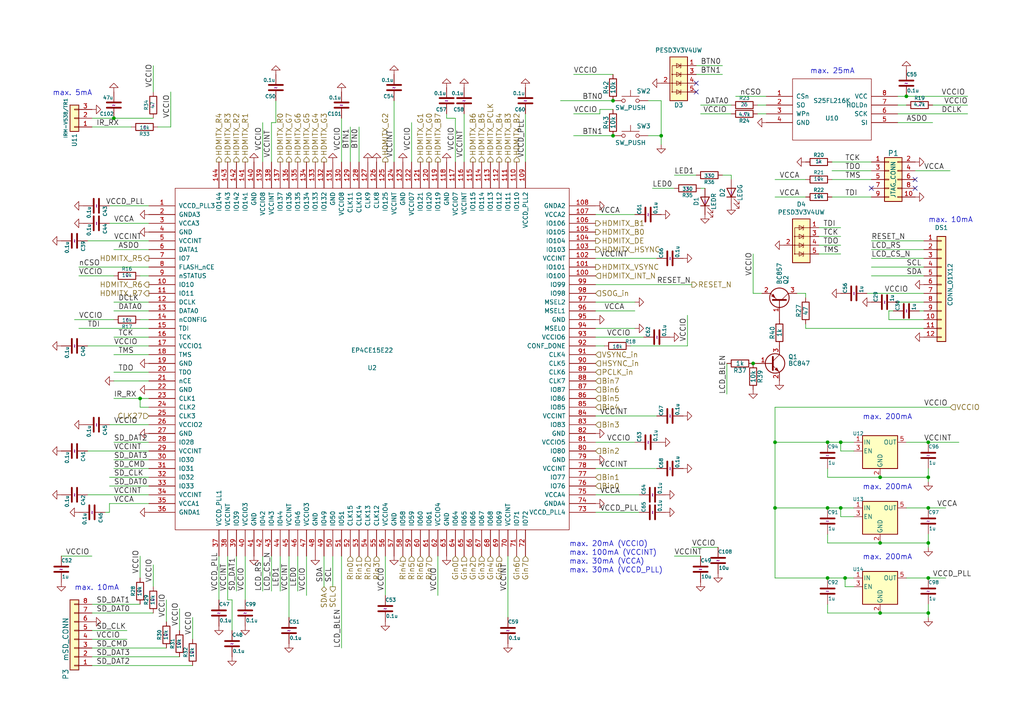
<source format=kicad_sch>
(kicad_sch (version 20211123) (generator eeschema)
  (paper "A4")
  (title_block (title "Open Source Scan Converter") (date "2023-05-18") (rev "1.8"))
  (junction (at 40.64 115.57))
  (junction (at 269.24 147.32))
  (junction (at 33.02 34.29))
  (junction (at 240.03 167.64))
  (junction (at 269.24 177.8))
  (junction (at 240.03 128.27))
  (junction (at 218.44 105.41))
  (junction (at 269.24 157.48))
  (junction (at 262.89 27.94))
  (junction (at 177.8 39.37))
  (junction (at 269.24 138.43))
  (junction (at 224.79 147.32))
  (junction (at 255.27 157.48))
  (junction (at 224.79 128.27))
  (junction (at 245.11 167.64))
  (junction (at 269.24 167.64))
  (junction (at 269.24 128.27))
  (junction (at 243.84 128.27))
  (junction (at 255.27 138.43))
  (junction (at 255.27 177.8))
  (junction (at 177.8 29.21))
  (junction (at 191.77 39.37))
  (junction (at 243.84 147.32))
  (junction (at 240.03 147.32))
  (no_connect (at 265.43 52.07))
  (no_connect (at 201.93 24.13))
  (no_connect (at 252.73 54.61))
  (no_connect (at 265.43 54.61))
  (no_connect (at 201.93 26.67))
  (wire (pts (xy 212.09 52.07) (xy 212.09 50.8)))
  (wire (pts (xy 172.72 120.65) (xy 190.5 120.65)))
  (wire (pts (xy 172.72 97.79) (xy 186.69 97.79)))
  (wire (pts (xy 247.65 147.32) (xy 243.84 147.32)))
  (wire (pts (xy 251.46 85.09) (xy 267.97 85.09)))
  (wire (pts (xy 267.97 90.17) (xy 266.7 90.17)))
  (wire (pts (xy 81.28 161.29) (xy 81.28 171.45)))
  (wire (pts (xy 218.44 73.66) (xy 218.44 85.09)))
  (wire (pts (xy 44.45 163.83) (xy 44.45 170.18)))
  (wire (pts (xy 21.59 92.71) (xy 33.02 92.71)))
  (wire (pts (xy 173.99 33.02) (xy 166.37 33.02)))
  (wire (pts (xy 269.24 154.94) (xy 269.24 157.48)))
  (wire (pts (xy 219.71 30.48) (xy 222.25 30.48)))
  (wire (pts (xy 233.68 95.25) (xy 267.97 95.25)))
  (wire (pts (xy 247.65 170.18) (xy 245.11 170.18)))
  (wire (pts (xy 184.15 90.17) (xy 172.72 90.17)))
  (wire (pts (xy 152.4 33.02) (xy 152.4 46.99)))
  (wire (pts (xy 243.84 147.32) (xy 243.84 149.86)))
  (wire (pts (xy 43.18 77.47) (xy 22.86 77.47)))
  (wire (pts (xy 26.67 182.88) (xy 36.83 182.88)))
  (wire (pts (xy 177.8 21.59) (xy 166.37 21.59)))
  (wire (pts (xy 33.02 107.95) (xy 43.18 107.95)))
  (wire (pts (xy 43.18 59.69) (xy 31.75 59.69)))
  (wire (pts (xy 40.64 161.29) (xy 40.64 167.64)))
  (wire (pts (xy 76.2 171.45) (xy 76.2 161.29)))
  (wire (pts (xy 224.79 128.27) (xy 240.03 128.27)))
  (wire (pts (xy 243.84 130.81) (xy 247.65 130.81)))
  (wire (pts (xy 33.02 97.79) (xy 43.18 97.79)))
  (wire (pts (xy 22.86 95.25) (xy 43.18 95.25)))
  (wire (pts (xy 26.67 161.29) (xy 17.78 161.29)))
  (wire (pts (xy 43.18 123.19) (xy 31.75 123.19)))
  (wire (pts (xy 177.8 31.75) (xy 173.99 31.75)))
  (wire (pts (xy 240.03 135.89) (xy 240.03 138.43)))
  (wire (pts (xy 26.67 36.83) (xy 38.1 36.83)))
  (wire (pts (xy 78.74 46.99) (xy 78.74 35.56)))
  (wire (pts (xy 218.44 85.09) (xy 220.98 85.09)))
  (wire (pts (xy 233.68 93.98) (xy 233.68 95.25)))
  (wire (pts (xy 45.72 36.83) (xy 49.53 36.83)))
  (wire (pts (xy 40.64 92.71) (xy 43.18 92.71)))
  (wire (pts (xy 33.02 87.63) (xy 43.18 87.63)))
  (wire (pts (xy 252.73 69.85) (xy 267.97 69.85)))
  (wire (pts (xy 252.73 80.01) (xy 267.97 80.01)))
  (wire (pts (xy 210.82 105.41) (xy 210.82 114.3)))
  (wire (pts (xy 245.11 167.64) (xy 247.65 167.64)))
  (wire (pts (xy 172.72 82.55) (xy 200.66 82.55)))
  (wire (pts (xy 262.89 128.27) (xy 269.24 128.27)))
  (wire (pts (xy 195.58 161.29) (xy 203.2 161.29)))
  (wire (pts (xy 224.79 57.15) (xy 233.68 57.15)))
  (wire (pts (xy 40.64 118.11) (xy 40.64 115.57)))
  (wire (pts (xy 243.84 128.27) (xy 243.84 130.81)))
  (wire (pts (xy 68.58 171.45) (xy 68.58 161.29)))
  (wire (pts (xy 80.01 29.21) (xy 80.01 35.56)))
  (wire (pts (xy 99.06 34.29) (xy 99.06 46.99)))
  (wire (pts (xy 269.24 138.43) (xy 269.24 139.7)))
  (wire (pts (xy 71.12 161.29) (xy 71.12 173.99)))
  (wire (pts (xy 162.56 29.21) (xy 177.8 29.21)))
  (wire (pts (xy 31.75 138.43) (xy 43.18 138.43)))
  (wire (pts (xy 55.88 179.07) (xy 55.88 185.42)))
  (wire (pts (xy 224.79 167.64) (xy 240.03 167.64)))
  (wire (pts (xy 240.03 177.8) (xy 255.27 177.8)))
  (wire (pts (xy 199.39 91.44) (xy 199.39 100.33)))
  (wire (pts (xy 104.14 46.99) (xy 104.14 36.83)))
  (wire (pts (xy 26.67 175.26) (xy 40.64 175.26)))
  (wire (pts (xy 241.3 52.07) (xy 252.73 52.07)))
  (wire (pts (xy 172.72 148.59) (xy 185.42 148.59)))
  (wire (pts (xy 129.54 34.29) (xy 132.08 34.29)))
  (wire (pts (xy 31.75 146.05) (xy 43.18 146.05)))
  (wire (pts (xy 252.73 74.93) (xy 267.97 74.93)))
  (wire (pts (xy 240.03 167.64) (xy 245.11 167.64)))
  (wire (pts (xy 26.67 34.29) (xy 33.02 34.29)))
  (wire (pts (xy 172.72 62.23) (xy 184.15 62.23)))
  (wire (pts (xy 224.79 147.32) (xy 224.79 167.64)))
  (wire (pts (xy 44.45 19.05) (xy 44.45 26.67)))
  (wire (pts (xy 172.72 100.33) (xy 175.26 100.33)))
  (wire (pts (xy 52.07 176.53) (xy 52.07 182.88)))
  (wire (pts (xy 262.89 167.64) (xy 269.24 167.64)))
  (wire (pts (xy 209.55 21.59) (xy 201.93 21.59)))
  (wire (pts (xy 262.89 30.48) (xy 260.35 30.48)))
  (wire (pts (xy 114.3 29.21) (xy 114.3 46.99)))
  (wire (pts (xy 260.35 33.02) (xy 280.67 33.02)))
  (wire (pts (xy 243.84 71.12) (xy 237.49 71.12)))
  (wire (pts (xy 43.18 140.97) (xy 31.75 140.97)))
  (wire (pts (xy 48.26 173.99) (xy 48.26 180.34)))
  (wire (pts (xy 129.54 34.29) (xy 129.54 33.02)))
  (wire (pts (xy 270.51 30.48) (xy 280.67 30.48)))
  (wire (pts (xy 267.97 92.71) (xy 257.81 92.71)))
  (wire (pts (xy 172.72 135.89) (xy 190.5 135.89)))
  (wire (pts (xy 31.75 148.59) (xy 30.48 148.59)))
  (wire (pts (xy 184.15 87.63) (xy 172.72 87.63)))
  (wire (pts (xy 255.27 157.48) (xy 269.24 157.48)))
  (wire (pts (xy 269.24 157.48) (xy 269.24 158.75)))
  (wire (pts (xy 172.72 128.27) (xy 184.15 128.27)))
  (wire (pts (xy 80.01 35.56) (xy 78.74 35.56)))
  (wire (pts (xy 252.73 77.47) (xy 267.97 77.47)))
  (wire (pts (xy 260.35 27.94) (xy 262.89 27.94)))
  (wire (pts (xy 25.4 100.33) (xy 43.18 100.33)))
  (wire (pts (xy 22.86 80.01) (xy 33.02 80.01)))
  (wire (pts (xy 93.98 170.18) (xy 93.98 161.29)))
  (wire (pts (xy 255.27 177.8) (xy 269.24 177.8)))
  (wire (pts (xy 240.03 138.43) (xy 255.27 138.43)))
  (wire (pts (xy 25.4 143.51) (xy 43.18 143.51)))
  (wire (pts (xy 224.79 118.11) (xy 224.79 128.27)))
  (wire (pts (xy 200.66 158.75) (xy 208.28 158.75)))
  (wire (pts (xy 189.23 54.61) (xy 195.58 54.61)))
  (wire (pts (xy 259.08 90.17) (xy 257.81 90.17)))
  (wire (pts (xy 269.24 177.8) (xy 269.24 179.07)))
  (wire (pts (xy 172.72 74.93) (xy 190.5 74.93)))
  (wire (pts (xy 191.77 39.37) (xy 187.96 39.37)))
  (wire (pts (xy 25.4 69.85) (xy 43.18 69.85)))
  (wire (pts (xy 231.14 85.09) (xy 233.68 85.09)))
  (wire (pts (xy 204.47 54.61) (xy 203.2 54.61)))
  (wire (pts (xy 247.65 128.27) (xy 243.84 128.27)))
  (wire (pts (xy 172.72 143.51) (xy 185.42 143.51)))
  (wire (pts (xy 40.64 115.57) (xy 43.18 115.57)))
  (wire (pts (xy 265.43 49.53) (xy 275.59 49.53)))
  (wire (pts (xy 240.03 154.94) (xy 240.03 157.48)))
  (wire (pts (xy 127 161.29) (xy 127 172.72)))
  (wire (pts (xy 26.67 193.04) (xy 55.88 193.04)))
  (wire (pts (xy 212.09 33.02) (xy 203.2 33.02)))
  (wire (pts (xy 240.03 175.26) (xy 240.03 177.8)))
  (wire (pts (xy 233.68 85.09) (xy 233.68 86.36)))
  (wire (pts (xy 195.58 50.8) (xy 201.93 50.8)))
  (wire (pts (xy 224.79 52.07) (xy 233.68 52.07)))
  (wire (pts (xy 26.67 177.8) (xy 44.45 177.8)))
  (wire (pts (xy 67.31 173.99) (xy 67.31 182.88)))
  (wire (pts (xy 262.89 27.94) (xy 280.67 27.94)))
  (wire (pts (xy 224.79 118.11) (xy 275.59 118.11)))
  (wire (pts (xy 203.2 30.48) (xy 212.09 30.48)))
  (wire (pts (xy 78.74 171.45) (xy 78.74 161.29)))
  (wire (pts (xy 269.24 128.27) (xy 278.13 128.27)))
  (wire (pts (xy 26.67 190.5) (xy 52.07 190.5)))
  (wire (pts (xy 243.84 149.86) (xy 247.65 149.86)))
  (wire (pts (xy 269.24 167.64) (xy 274.32 167.64)))
  (wire (pts (xy 191.77 29.21) (xy 191.77 39.37)))
  (wire (pts (xy 224.79 128.27) (xy 224.79 147.32)))
  (wire (pts (xy 43.18 135.89) (xy 33.02 135.89)))
  (wire (pts (xy 240.03 147.32) (xy 243.84 147.32)))
  (wire (pts (xy 243.84 73.66) (xy 237.49 73.66)))
  (wire (pts (xy 43.18 118.11) (xy 40.64 118.11)))
  (wire (pts (xy 166.37 39.37) (xy 177.8 39.37)))
  (wire (pts (xy 182.88 100.33) (xy 199.39 100.33)))
  (wire (pts (xy 66.04 173.99) (xy 67.31 173.99)))
  (wire (pts (xy 213.36 27.94) (xy 222.25 27.94)))
  (wire (pts (xy 241.3 49.53) (xy 252.73 49.53)))
  (wire (pts (xy 88.9 161.29) (xy 88.9 172.72)))
  (wire (pts (xy 43.18 133.35) (xy 33.02 133.35)))
  (wire (pts (xy 243.84 68.58) (xy 237.49 68.58)))
  (wire (pts (xy 99.06 161.29) (xy 99.06 187.96)))
  (wire (pts (xy 33.02 90.17) (xy 43.18 90.17)))
  (wire (pts (xy 147.32 161.29) (xy 147.32 179.07)))
  (wire (pts (xy 86.36 161.29) (xy 86.36 171.45)))
  (wire (pts (xy 260.35 87.63) (xy 267.97 87.63)))
  (wire (pts (xy 33.02 34.29) (xy 44.45 34.29)))
  (wire (pts (xy 257.81 92.71) (xy 257.81 90.17)))
  (wire (pts (xy 252.73 72.39) (xy 267.97 72.39)))
  (wire (pts (xy 241.3 57.15) (xy 252.73 57.15)))
  (wire (pts (xy 111.76 161.29) (xy 111.76 172.72)))
  (wire (pts (xy 96.52 161.29) (xy 96.52 170.18)))
  (wire (pts (xy 269.24 175.26) (xy 269.24 177.8)))
  (wire (pts (xy 173.99 31.75) (xy 173.99 33.02)))
  (wire (pts (xy 270.51 35.56) (xy 260.35 35.56)))
  (wire (pts (xy 269.24 147.32) (xy 274.32 147.32)))
  (wire (pts (xy 222.25 33.02) (xy 219.71 33.02)))
  (wire (pts (xy 224.79 147.32) (xy 240.03 147.32)))
  (wire (pts (xy 66.04 161.29) (xy 66.04 173.99)))
  (wire (pts (xy 33.02 110.49) (xy 43.18 110.49)))
  (wire (pts (xy 134.62 33.02) (xy 134.62 46.99)))
  (wire (pts (xy 43.18 80.01) (xy 40.64 80.01)))
  (wire (pts (xy 31.75 64.77) (xy 43.18 64.77)))
  (wire (pts (xy 33.02 72.39) (xy 43.18 72.39)))
  (wire (pts (xy 241.3 46.99) (xy 252.73 46.99)))
  (wire (pts (xy 212.09 50.8) (xy 209.55 50.8)))
  (wire (pts (xy 269.24 135.89) (xy 269.24 138.43)))
  (wire (pts (xy 83.82 161.29) (xy 83.82 179.07)))
  (wire (pts (xy 33.02 115.57) (xy 40.64 115.57)))
  (wire (pts (xy 43.18 128.27) (xy 33.02 128.27)))
  (wire (pts (xy 240.03 128.27) (xy 243.84 128.27)))
  (wire (pts (xy 245.11 170.18) (xy 245.11 167.64)))
  (wire (pts (xy 187.96 29.21) (xy 191.77 29.21)))
  (wire (pts (xy 63.5 161.29) (xy 63.5 173.99)))
  (wire (pts (xy 184.15 95.25) (xy 172.72 95.25)))
  (wire (pts (xy 25.4 130.81) (xy 43.18 130.81)))
  (wire (pts (xy 26.67 187.96) (xy 48.26 187.96)))
  (wire (pts (xy 101.6 46.99) (xy 101.6 36.83)))
  (wire (pts (xy 31.75 146.05) (xy 31.75 148.59)))
  (wire (pts (xy 26.67 185.42) (xy 36.83 185.42)))
  (wire (pts (xy 262.89 147.32) (xy 269.24 147.32)))
  (wire (pts (xy 240.03 157.48) (xy 255.27 157.48)))
  (wire (pts (xy 255.27 138.43) (xy 269.24 138.43)))
  (wire (pts (xy 49.53 26.67) (xy 49.53 36.83)))
  (wire (pts (xy 119.38 46.99) (xy 119.38 35.56)))
  (wire (pts (xy 76.2 46.99) (xy 76.2 35.56)))
  (wire (pts (xy 191.77 39.37) (xy 191.77 41.91)))
  (wire (pts (xy 132.08 34.29) (xy 132.08 46.99)))
  (wire (pts (xy 243.84 66.04) (xy 237.49 66.04)))
  (wire (pts (xy 33.02 102.87) (xy 43.18 102.87)))
  (wire (pts (xy 209.55 19.05) (xy 201.93 19.05)))
  (text "max. 200mA" (at 250.19 142.24 0) (effects (font (size 1.524 1.524)) (justify left bottom)))
  (text "max. 200mA" (at 250.19 162.56 0) (effects (font (size 1.524 1.524)) (justify left bottom)))
  (text "max. 10mA" (at 269.24 64.77 0) (effects (font (size 1.524 1.524)) (justify left bottom)))
  (text "max. 100mA (VCCINT)" (at 165.1 161.29 0) (effects (font (size 1.524 1.524)) (justify left bottom)))
  (text "max. 25mA" (at 234.95 21.59 0) (effects (font (size 1.524 1.524)) (justify left bottom)))
  (text "max. 20mA (VCCIO)" (at 165.1 158.75 0) (effects (font (size 1.524 1.524)) (justify left bottom)))
  (text "max. 5mA" (at 15.24 27.94 0) (effects (font (size 1.524 1.524)) (justify left bottom)))
  (text "max. 30mA (VCCD_PLL)" (at 165.1 166.37 0) (effects (font (size 1.524 1.524)) (justify left bottom)))
  (text "max. 200mA" (at 250.19 121.92 0) (effects (font (size 1.524 1.524)) (justify left bottom)))
  (text "max. 30mA (VCCA)" (at 165.1 163.83 0) (effects (font (size 1.524 1.524)) (justify left bottom)))
  (text "max. 10mA" (at 21.59 171.45 0) (effects (font (size 1.524 1.524)) (justify left bottom)))
  (label "VCCIO" (at 280.67 30.48 180) (effects (font (size 1.524 1.524))))
  (label "LCD_CS_N" (at 78.74 171.45 90) (effects (font (size 1.524 1.524))))
  (label "SD_CLK" (at 27.94 182.88 0) (effects (font (size 1.524 1.524))))
  (label "VCCA" (at 173.99 62.23 0) (effects (font (size 1.524 1.524))))
  (label "VCCD_PLL" (at 152.4 45.72 90) (effects (font (size 1.524 1.524))))
  (label "DCLK" (at 34.29 87.63 0) (effects (font (size 1.524 1.524))))
  (label "TCK" (at 245.11 46.99 0) (effects (font (size 1.524 1.524))))
  (label "SD_CLK" (at 33.02 138.43 0) (effects (font (size 1.524 1.524))))
  (label "SDA" (at 262.89 80.01 0) (effects (font (size 1.524 1.524))))
  (label "TDO" (at 245.11 49.53 0) (effects (font (size 1.524 1.524))))
  (label "VCCIO" (at 49.53 34.29 90) (effects (font (size 1.524 1.524))))
  (label "VCCIO" (at 182.88 97.79 180) (effects (font (size 1.524 1.524))))
  (label "TDI" (at 25.4 95.25 0) (effects (font (size 1.524 1.524))))
  (label "VCCIO" (at 19.05 161.29 0) (effects (font (size 1.524 1.524))))
  (label "DATA0" (at 34.29 90.17 0) (effects (font (size 1.524 1.524))))
  (label "IR_RX" (at 33.02 115.57 0) (effects (font (size 1.524 1.524))))
  (label "LCD_RS" (at 252.73 72.39 0) (effects (font (size 1.524 1.524))))
  (label "SD_DAT3" (at 27.94 190.5 0) (effects (font (size 1.524 1.524))))
  (label "ASDO" (at 34.29 72.39 0) (effects (font (size 1.524 1.524))))
  (label "TDO" (at 34.29 107.95 0) (effects (font (size 1.524 1.524))))
  (label "VCCINT" (at 173.99 74.93 0) (effects (font (size 1.524 1.524))))
  (label "VCCINT" (at 83.82 171.45 90) (effects (font (size 1.524 1.524))))
  (label "LCD_RS" (at 76.2 171.45 90) (effects (font (size 1.524 1.524))))
  (label "VCCIO" (at 52.07 181.61 90) (effects (font (size 1.524 1.524))))
  (label "VCCINT" (at 134.62 45.72 90) (effects (font (size 1.524 1.524))))
  (label "VCCIO" (at 210.82 33.02 180) (effects (font (size 1.524 1.524))))
  (label "nCSO" (at 214.63 27.94 0) (effects (font (size 1.524 1.524))))
  (label "BTN1" (at 168.91 39.37 0) (effects (font (size 1.524 1.524))))
  (label "VCCINT" (at 33.02 69.85 0) (effects (font (size 1.524 1.524))))
  (label "TDI" (at 245.11 57.15 0) (effects (font (size 1.524 1.524))))
  (label "LCD_CS_N" (at 252.73 74.93 0) (effects (font (size 1.524 1.524))))
  (label "VCCIO" (at 132.08 36.83 270) (effects (font (size 1.524 1.524))))
  (label "VCCA" (at 33.02 64.77 0) (effects (font (size 1.524 1.524))))
  (label "VCCIO" (at 22.86 80.01 0) (effects (font (size 1.524 1.524))))
  (label "VCCIO" (at 256.54 85.09 0) (effects (font (size 1.524 1.524))))
  (label "VCCIO" (at 22.86 92.71 0) (effects (font (size 1.524 1.524))))
  (label "nCSO" (at 22.86 77.47 0) (effects (font (size 1.524 1.524))))
  (label "VCCINT" (at 173.99 135.89 0) (effects (font (size 1.524 1.524))))
  (label "SD_DAT2" (at 33.02 128.27 0) (effects (font (size 1.524 1.524))))
  (label "LCD_BLEN" (at 99.06 187.96 90) (effects (font (size 1.524 1.524))))
  (label "TCK" (at 34.29 97.79 0) (effects (font (size 1.524 1.524))))
  (label "LED0" (at 189.23 54.61 0) (effects (font (size 1.524 1.524))))
  (label "VCCIO" (at 44.45 168.91 90) (effects (font (size 1.524 1.524))))
  (label "VCCIO" (at 44.45 25.4 90) (effects (font (size 1.524 1.524))))
  (label "VCCA" (at 173.99 143.51 0) (effects (font (size 1.524 1.524))))
  (label "VCCA" (at 226.06 57.15 0) (effects (font (size 1.524 1.524))))
  (label "TDI" (at 238.76 66.04 0) (effects (font (size 1.524 1.524))))
  (label "BTN0" (at 203.2 19.05 0) (effects (font (size 1.524 1.524))))
  (label "VCCIO" (at 182.88 128.27 180) (effects (font (size 1.524 1.524))))
  (label "RESET_N" (at 190.5 82.55 0) (effects (font (size 1.524 1.524))))
  (label "SD_DAT0" (at 33.02 140.97 0) (effects (font (size 1.524 1.524))))
  (label "VCCA" (at 267.97 49.53 0) (effects (font (size 1.524 1.524))))
  (label "VCCINT" (at 195.58 161.29 0) (effects (font (size 1.524 1.524))))
  (label "TDO" (at 238.76 71.12 0) (effects (font (size 1.524 1.524))))
  (label "VCCIO" (at 273.05 27.94 0) (effects (font (size 1.524 1.524))))
  (label "VCCINT" (at 114.3 45.72 90) (effects (font (size 1.524 1.524))))
  (label "BTN1" (at 203.2 21.59 0) (effects (font (size 1.524 1.524))))
  (label "VCCA" (at 33.02 146.05 0) (effects (font (size 1.524 1.524))))
  (label "SD_DAT0" (at 27.94 177.8 0) (effects (font (size 1.524 1.524))))
  (label "SDA" (at 93.98 168.91 90) (effects (font (size 1.524 1.524))))
  (label "VCCIO" (at 166.37 33.02 0) (effects (font (size 1.524 1.524))))
  (label "VCCIO" (at 111.76 171.45 90) (effects (font (size 1.524 1.524))))
  (label "VCCIO" (at 55.88 184.15 90) (effects (font (size 1.524 1.524))))
  (label "DATA0" (at 204.47 30.48 0) (effects (font (size 1.524 1.524))))
  (label "VCCD_PLL" (at 270.51 167.64 0) (effects (font (size 1.524 1.524))))
  (label "SD_DAT2" (at 27.94 193.04 0) (effects (font (size 1.524 1.524))))
  (label "TCK" (at 238.76 68.58 0) (effects (font (size 1.524 1.524))))
  (label "LED1" (at 81.28 170.18 90) (effects (font (size 1.524 1.524))))
  (label "SCL" (at 96.52 168.91 90) (effects (font (size 1.524 1.524))))
  (label "VCCIO" (at 127 171.45 90) (effects (font (size 1.524 1.524))))
  (label "TMS" (at 245.11 52.07 0) (effects (font (size 1.524 1.524))))
  (label "SCL" (at 262.89 77.47 0) (effects (font (size 1.524 1.524))))
  (label "VCCIO" (at 48.26 179.07 90) (effects (font (size 1.524 1.524))))
  (label "VCCIO" (at 33.02 100.33 0) (effects (font (size 1.524 1.524))))
  (label "VCCIO" (at 33.02 123.19 0) (effects (font (size 1.524 1.524))))
  (label "SD_DAT1" (at 68.58 171.45 90) (effects (font (size 1.524 1.524))))
  (label "VCCINT" (at 173.99 120.65 0) (effects (font (size 1.524 1.524))))
  (label "TMS" (at 238.76 73.66 0) (effects (font (size 1.524 1.524))))
  (label "VCCD_PLL" (at 173.99 148.59 0) (effects (font (size 1.524 1.524))))
  (label "VCCIO" (at 27.94 185.42 0) (effects (font (size 1.524 1.524))))
  (label "SD_CMD" (at 33.02 135.89 0) (effects (font (size 1.524 1.524))))
  (label "VCCINT" (at 147.32 171.45 90) (effects (font (size 1.524 1.524))))
  (label "VCCD_PLL" (at 41.91 59.69 180) (effects (font (size 1.524 1.524))))
  (label "LED1" (at 195.58 50.8 0) (effects (font (size 1.524 1.524))))
  (label "VCCINT" (at 78.74 45.72 90) (effects (font (size 1.524 1.524))))
  (label "VCCIO" (at 76.2 36.83 270) (effects (font (size 1.524 1.524))))
  (label "LCD_BLEN" (at 210.82 114.3 90) (effects (font (size 1.524 1.524))))
  (label "VCCINT" (at 267.97 128.27 0) (effects (font (size 1.524 1.524))))
  (label "VCCA" (at 175.26 90.17 0) (effects (font (size 1.524 1.524))))
  (label "BTN0" (at 168.91 29.21 0) (effects (font (size 1.524 1.524))))
  (label "VCCINT" (at 33.02 130.81 0) (effects (font (size 1.524 1.524))))
  (label "VCCIO" (at 166.37 21.59 0) (effects (font (size 1.524 1.524))))
  (label "VCCINT" (at 66.04 171.45 90) (effects (font (size 1.524 1.524))))
  (label "VCCIO" (at 218.44 80.01 90) (effects (font (size 1.524 1.524))))
  (label "ASDO" (at 262.89 35.56 0) (effects (font (size 1.524 1.524))))
  (label "VCCIO" (at 99.06 36.83 270) (effects (font (size 1.524 1.524))))
  (label "BTN0" (at 104.14 43.18 90) (effects (font (size 1.524 1.524))))
  (label "VCCIO" (at 88.9 171.45 90) (effects (font (size 1.524 1.524))))
  (label "SD_DAT1" (at 27.94 175.26 0) (effects (font (size 1.524 1.524))))
  (label "LED0" (at 86.36 170.18 90) (effects (font (size 1.524 1.524))))
  (label "VCCIO" (at 199.39 99.06 90) (effects (font (size 1.524 1.524))))
  (label "TMS" (at 34.29 102.87 0) (effects (font (size 1.524 1.524))))
  (label "DCLK" (at 273.05 33.02 0) (effects (font (size 1.524 1.524))))
  (label "IR_RX" (at 27.94 36.83 0) (effects (font (size 1.524 1.524))))
  (label "BTN1" (at 101.6 43.18 90) (effects (font (size 1.524 1.524))))
  (label "VCCIO" (at 71.12 171.45 90) (effects (font (size 1.524 1.524))))
  (label "VCCA" (at 226.06 52.07 0) (effects (font (size 1.524 1.524))))
  (label "VCCA" (at 271.78 147.32 0) (effects (font (size 1.524 1.524))))
  (label "SD_CMD" (at 27.94 187.96 0) (effects (font (size 1.524 1.524))))
  (label "VCCIO" (at 200.66 158.75 0) (effects (font (size 1.524 1.524))))
  (label "RESET_N" (at 252.73 69.85 0) (effects (font (size 1.524 1.524))))
  (label "VCCINT" (at 33.02 143.51 0) (effects (font (size 1.524 1.524))))
  (label "VCCIO" (at 40.64 166.37 90) (effects (font (size 1.524 1.524))))
  (label "SD_DAT3" (at 33.02 133.35 0) (effects (font (size 1.524 1.524))))
  (label "VCCIO" (at 267.97 118.11 0) (effects (font (size 1.524 1.524))))
  (label "VCCD_PLL" (at 63.5 171.45 90) (effects (font (size 1.524 1.524))))
  (label "VCCIO" (at 119.38 36.83 270) (effects (font (size 1.524 1.524))))
  (hierarchical_label "HDMITX_B0" (shape output) (at 172.72 67.31 0) (effects (font (size 1.524 1.524))))
  (hierarchical_label "HDMITX_B4" (shape output) (at 144.78 46.99 90) (effects (font (size 1.524 1.524))))
  (hierarchical_label "Rin3" (shape input) (at 109.22 161.29 270) (effects (font (size 1.524 1.524))))
  (hierarchical_label "HDMITX_B7" (shape output) (at 127 46.99 90) (effects (font (size 1.524 1.524))))
  (hierarchical_label "HDMITX_DE" (shape output) (at 172.72 69.85 0) (effects (font (size 1.524 1.524))))
  (hierarchical_label "HDMITX_VSYNC" (shape output) (at 172.72 77.47 0) (effects (font (size 1.524 1.524))))
  (hierarchical_label "HDMITX_PCLK" (shape output) (at 142.24 46.99 90) (effects (font (size 1.524 1.524))))
  (hierarchical_label "Rin2" (shape input) (at 106.68 161.29 270) (effects (font (size 1.524 1.524))))
  (hierarchical_label "Gin4" (shape input) (at 142.24 161.29 270) (effects (font (size 1.524 1.524))))
  (hierarchical_label "Bin0" (shape input) (at 172.72 140.97 0) (effects (font (size 1.524 1.524))))
  (hierarchical_label "PCLK_in" (shape input) (at 172.72 107.95 0) (effects (font (size 1.524 1.524))))
  (hierarchical_label "SOG_in" (shape input) (at 172.72 85.09 0) (effects (font (size 1.524 1.524))))
  (hierarchical_label "HDMITX_G2" (shape output) (at 111.76 46.99 90) (effects (font (size 1.524 1.524))))
  (hierarchical_label "HDMITX_G5" (shape output) (at 88.9 46.99 90) (effects (font (size 1.524 1.524))))
  (hierarchical_label "Bin1" (shape input) (at 172.72 138.43 0) (effects (font (size 1.524 1.524))))
  (hierarchical_label "SDA" (shape bidirectional) (at 93.98 170.18 270) (effects (font (size 1.524 1.524))))
  (hierarchical_label "HDMITX_G6" (shape output) (at 86.36 46.99 90) (effects (font (size 1.524 1.524))))
  (hierarchical_label "HDMITX_B3" (shape output) (at 147.32 46.99 90) (effects (font (size 1.524 1.524))))
  (hierarchical_label "CLK27" (shape input) (at 43.18 120.65 180) (effects (font (size 1.524 1.524))))
  (hierarchical_label "Gin2" (shape input) (at 137.16 161.29 270) (effects (font (size 1.524 1.524))))
  (hierarchical_label "Bin3" (shape input) (at 172.72 123.19 0) (effects (font (size 1.524 1.524))))
  (hierarchical_label "Gin5" (shape input) (at 144.78 161.29 270) (effects (font (size 1.524 1.524))))
  (hierarchical_label "HDMITX_G0" (shape output) (at 124.46 46.99 90) (effects (font (size 1.524 1.524))))
  (hierarchical_label "Gin3" (shape input) (at 139.7 161.29 270) (effects (font (size 1.524 1.524))))
  (hierarchical_label "HDMITX_R5" (shape output) (at 43.18 74.93 180) (effects (font (size 1.524 1.524))))
  (hierarchical_label "Bin5" (shape input) (at 172.72 115.57 0) (effects (font (size 1.524 1.524))))
  (hierarchical_label "Bin2" (shape input) (at 172.72 130.81 0) (effects (font (size 1.524 1.524))))
  (hierarchical_label "HDMITX_G1" (shape output) (at 121.92 46.99 90) (effects (font (size 1.524 1.524))))
  (hierarchical_label "HDMITX_R2" (shape output) (at 68.58 46.99 90) (effects (font (size 1.524 1.524))))
  (hierarchical_label "Gin6" (shape input) (at 149.86 161.29 270) (effects (font (size 1.524 1.524))))
  (hierarchical_label "SCL" (shape output) (at 96.52 170.18 270) (effects (font (size 1.524 1.524))))
  (hierarchical_label "HDMITX_B2" (shape output) (at 149.86 46.99 90) (effects (font (size 1.524 1.524))))
  (hierarchical_label "Rin5" (shape input) (at 119.38 161.29 270) (effects (font (size 1.524 1.524))))
  (hierarchical_label "Rin7" (shape input) (at 124.46 161.29 270) (effects (font (size 1.524 1.524))))
  (hierarchical_label "Rin0" (shape input) (at 101.6 161.29 270) (effects (font (size 1.524 1.524))))
  (hierarchical_label "HDMITX_R0" (shape output) (at 81.28 46.99 90) (effects (font (size 1.524 1.524))))
  (hierarchical_label "HDMITX_R7" (shape output) (at 43.18 85.09 180) (effects (font (size 1.524 1.524))))
  (hierarchical_label "Rin4" (shape input) (at 116.84 161.29 270) (effects (font (size 1.524 1.524))))
  (hierarchical_label "Gin7" (shape input) (at 152.4 161.29 270) (effects (font (size 1.524 1.524))))
  (hierarchical_label "HDMITX_B6" (shape output) (at 137.16 46.99 90) (effects (font (size 1.524 1.524))))
  (hierarchical_label "Bin7" (shape input) (at 172.72 110.49 0) (effects (font (size 1.524 1.524))))
  (hierarchical_label "HDMITX_G7" (shape output) (at 83.82 46.99 90) (effects (font (size 1.524 1.524))))
  (hierarchical_label "VCCIO" (shape input) (at 275.59 118.11 0) (effects (font (size 1.524 1.524))))
  (hierarchical_label "HDMITX_INT_N" (shape input) (at 172.72 80.01 0) (effects (font (size 1.524 1.524))))
  (hierarchical_label "HSYNC_in" (shape input) (at 172.72 105.41 0) (effects (font (size 1.524 1.524))))
  (hierarchical_label "HDMITX_R6" (shape output) (at 43.18 82.55 180) (effects (font (size 1.524 1.524))))
  (hierarchical_label "HDMITX_B5" (shape output) (at 139.7 46.99 90) (effects (font (size 1.524 1.524))))
  (hierarchical_label "VSYNC_in" (shape input) (at 172.72 102.87 0) (effects (font (size 1.524 1.524))))
  (hierarchical_label "HDMITX_R1" (shape output) (at 71.12 46.99 90) (effects (font (size 1.524 1.524))))
  (hierarchical_label "HDMITX_B1" (shape output) (at 172.72 64.77 0) (effects (font (size 1.524 1.524))))
  (hierarchical_label "HDMITX_R3" (shape output) (at 66.04 46.99 90) (effects (font (size 1.524 1.524))))
  (hierarchical_label "HDMITX_HSYNC" (shape output) (at 172.72 72.39 0) (effects (font (size 1.524 1.524))))
  (hierarchical_label "Gin0" (shape input) (at 132.08 161.29 270) (effects (font (size 1.524 1.524))))
  (hierarchical_label "HDMITX_R4" (shape output) (at 63.5 46.99 90) (effects (font (size 1.524 1.524))))
  (hierarchical_label "RESET_N" (shape output) (at 200.66 82.55 0) (effects (font (size 1.524 1.524))))
  (hierarchical_label "Bin6" (shape input) (at 172.72 113.03 0) (effects (font (size 1.524 1.524))))
  (hierarchical_label "Gin1" (shape input) (at 134.62 161.29 270) (effects (font (size 1.524 1.524))))
  (hierarchical_label "Bin4" (shape input) (at 172.72 118.11 0) (effects (font (size 1.524 1.524))))
  (hierarchical_label "Rin6" (shape input) (at 121.92 161.29 270) (effects (font (size 1.524 1.524))))
  (hierarchical_label "HDMITX_G4" (shape output) (at 91.44 46.99 90) (effects (font (size 1.524 1.524))))
  (hierarchical_label "HDMITX_G3" (shape output) (at 93.98 46.99 90) (effects (font (size 1.524 1.524))))
  (hierarchical_label "Rin1" (shape input) (at 104.14 161.29 270) (effects (font (size 1.524 1.524))))
  (symbol (lib_id "Device:C") (at 27.94 59.69 270) (unit 1)
    (property "Reference" "C43" (at 30.48 59.69 0) (effects (font (size 1.016 1.016)) (justify left)))
    (property "Value" "0.1u" (at 25.781 59.8424 0) (effects (font (size 1.016 1.016)) (justify left)))
    (property "Footprint" "custom_components:SM0603_Capa_libcms" (effects hide))
    (property "Datasheet" "~" (at 27.94 59.69 0) (effects (font (size 1.524 1.524))))
  )
  (symbol (lib_id "power:GND") (at 24.13 59.69 270) (unit 1)
    (property "Reference" "#PWR020" (effects hide))
    (property "Value" "GND" (effects hide))
  )
  (symbol (lib_id "Device:C") (at 27.94 64.77 270) (unit 1)
    (property "Reference" "C44" (at 30.48 64.77 0) (effects (font (size 1.016 1.016)) (justify left)))
    (property "Value" "0.1u" (at 25.781 64.9224 0) (effects (font (size 1.016 1.016)) (justify left)))
    (property "Footprint" "custom_components:SM0603_Capa_libcms" (effects hide))
    (property "Datasheet" "~" (at 27.94 64.77 0) (effects (font (size 1.524 1.524))))
  )
  (symbol (lib_id "power:GND") (at 24.13 64.77 270) (unit 1)
    (property "Reference" "#PWR021" (effects hide))
    (property "Value" "GND" (effects hide))
  )
  (symbol (lib_id "Device:C") (at 21.59 100.33 270) (unit 1)
    (property "Reference" "C40" (at 24.13 100.33 0) (effects (font (size 1.016 1.016)) (justify left)))
    (property "Value" "0.1u" (at 19.431 100.4824 0) (effects (font (size 1.016 1.016)) (justify left)))
    (property "Footprint" "custom_components:SM0603_Capa_libcms" (effects hide))
    (property "Datasheet" "~" (at 21.59 100.33 0) (effects (font (size 1.524 1.524))))
  )
  (symbol (lib_id "power:GND") (at 17.78 100.33 270) (unit 1)
    (property "Reference" "#PWR022" (effects hide))
    (property "Value" "GND" (effects hide))
  )
  (symbol (lib_id "Device:C") (at 27.94 123.19 270) (unit 1)
    (property "Reference" "C45" (at 30.48 123.19 0) (effects (font (size 1.016 1.016)) (justify left)))
    (property "Value" "0.1u" (at 25.781 123.3424 0) (effects (font (size 1.016 1.016)) (justify left)))
    (property "Footprint" "custom_components:SM0603_Capa_libcms" (effects hide))
    (property "Datasheet" "~" (at 27.94 123.19 0) (effects (font (size 1.524 1.524))))
  )
  (symbol (lib_id "power:GND") (at 24.13 123.19 270) (unit 1)
    (property "Reference" "#PWR023" (effects hide))
    (property "Value" "GND" (effects hide))
  )
  (symbol (lib_id "Device:C") (at 26.67 148.59 270) (unit 1)
    (property "Reference" "C46" (at 29.21 148.59 0) (effects (font (size 1.016 1.016)) (justify left)))
    (property "Value" "0.1u" (at 24.511 148.7424 0) (effects (font (size 1.016 1.016)) (justify left)))
    (property "Footprint" "custom_components:SM0603_Capa_libcms" (effects hide))
    (property "Datasheet" "~" (at 26.67 148.59 0) (effects (font (size 1.524 1.524))))
  )
  (symbol (lib_id "power:GND") (at 22.86 148.59 270) (unit 1)
    (property "Reference" "#PWR024" (effects hide))
    (property "Value" "GND" (effects hide))
  )
  (symbol (lib_id "Device:C") (at 63.5 177.8 0) (unit 1)
    (property "Reference" "C47" (at 63.5 175.26 0) (effects (font (size 1.016 1.016)) (justify left)))
    (property "Value" "0.1u" (at 63.6524 179.959 0) (effects (font (size 1.016 1.016)) (justify left)))
    (property "Footprint" "custom_components:SM0603_Capa_libcms" (effects hide))
    (property "Datasheet" "~" (at 63.5 177.8 0) (effects (font (size 1.524 1.524))))
  )
  (symbol (lib_id "power:GND") (at 63.5 181.61 0) (unit 1)
    (property "Reference" "#PWR025" (effects hide))
    (property "Value" "GND" (effects hide))
  )
  (symbol (lib_id "Device:C") (at 189.23 148.59 90) (unit 1)
    (property "Reference" "C65" (at 186.69 148.59 0) (effects (font (size 1.016 1.016)) (justify left)))
    (property "Value" "0.1u" (at 191.389 148.4376 0) (effects (font (size 1.016 1.016)) (justify left)))
    (property "Footprint" "custom_components:SM0603_Capa_libcms" (effects hide))
    (property "Datasheet" "~" (at 189.23 148.59 0) (effects (font (size 1.524 1.524))))
  )
  (symbol (lib_id "power:GND") (at 193.04 148.59 90) (unit 1)
    (property "Reference" "#PWR026" (effects hide))
    (property "Value" "GND" (effects hide))
  )
  (symbol (lib_id "Device:C") (at 189.23 143.51 90) (unit 1)
    (property "Reference" "C64" (at 186.69 143.51 0) (effects (font (size 1.016 1.016)) (justify left)))
    (property "Value" "0.1u" (at 191.389 143.3576 0) (effects (font (size 1.016 1.016)) (justify left)))
    (property "Footprint" "custom_components:SM0603_Capa_libcms" (effects hide))
    (property "Datasheet" "~" (at 189.23 143.51 0) (effects (font (size 1.524 1.524))))
  )
  (symbol (lib_id "power:GND") (at 193.04 143.51 90) (unit 1)
    (property "Reference" "#PWR027" (effects hide))
    (property "Value" "GND" (effects hide))
  )
  (symbol (lib_id "Device:C") (at 187.96 128.27 90) (unit 1)
    (property "Reference" "C63" (at 185.42 128.27 0) (effects (font (size 1.016 1.016)) (justify left)))
    (property "Value" "0.1u" (at 190.119 128.1176 0) (effects (font (size 1.016 1.016)) (justify left)))
    (property "Footprint" "custom_components:SM0603_Capa_libcms" (effects hide))
    (property "Datasheet" "~" (at 187.96 128.27 0) (effects (font (size 1.524 1.524))))
  )
  (symbol (lib_id "power:GND") (at 191.77 128.27 90) (unit 1)
    (property "Reference" "#PWR028" (effects hide))
    (property "Value" "GND" (effects hide))
  )
  (symbol (lib_id "Device:C") (at 190.5 97.79 90) (unit 1)
    (property "Reference" "C62" (at 187.96 97.79 0) (effects (font (size 1.016 1.016)) (justify left)))
    (property "Value" "0.1u" (at 192.659 97.6376 0) (effects (font (size 1.016 1.016)) (justify left)))
    (property "Footprint" "custom_components:SM0603_Capa_libcms" (effects hide))
    (property "Datasheet" "~" (at 190.5 97.79 0) (effects (font (size 1.524 1.524))))
  )
  (symbol (lib_id "power:GND") (at 194.31 97.79 90) (unit 1)
    (property "Reference" "#PWR029" (effects hide))
    (property "Value" "GND" (effects hide))
  )
  (symbol (lib_id "Device:C") (at 187.96 62.23 90) (unit 1)
    (property "Reference" "C61" (at 185.42 62.23 0) (effects (font (size 1.016 1.016)) (justify left)))
    (property "Value" "0.1u" (at 190.119 62.0776 0) (effects (font (size 1.016 1.016)) (justify left)))
    (property "Footprint" "custom_components:SM0603_Capa_libcms" (effects hide))
    (property "Datasheet" "~" (at 187.96 62.23 0) (effects (font (size 1.524 1.524))))
  )
  (symbol (lib_id "power:GND") (at 191.77 62.23 90) (unit 1)
    (property "Reference" "#PWR030" (effects hide))
    (property "Value" "GND" (effects hide))
  )
  (symbol (lib_id "Device:C") (at 152.4 29.21 180) (unit 1)
    (property "Reference" "C60" (at 152.4 31.75 0) (effects (font (size 1.016 1.016)) (justify left)))
    (property "Value" "0.1u" (at 152.2476 27.051 0) (effects (font (size 1.016 1.016)) (justify left)))
    (property "Footprint" "custom_components:SM0603_Capa_libcms" (effects hide))
    (property "Datasheet" "~" (at 152.4 29.21 0) (effects (font (size 1.524 1.524))))
  )
  (symbol (lib_id "power:GND") (at 152.4 25.4 180) (unit 1)
    (property "Reference" "#PWR031" (effects hide))
    (property "Value" "GND" (effects hide))
  )
  (symbol (lib_id "Device:C") (at 21.59 69.85 270) (unit 1)
    (property "Reference" "C39" (at 24.13 69.85 0) (effects (font (size 1.016 1.016)) (justify left)))
    (property "Value" "0.1u" (at 19.431 70.0024 0) (effects (font (size 1.016 1.016)) (justify left)))
    (property "Footprint" "custom_components:SM0603_Capa_libcms" (effects hide))
    (property "Datasheet" "~" (at 21.59 69.85 0) (effects (font (size 1.524 1.524))))
  )
  (symbol (lib_id "power:GND") (at 17.78 69.85 270) (unit 1)
    (property "Reference" "#PWR032" (effects hide))
    (property "Value" "GND" (effects hide))
  )
  (symbol (lib_id "Device:C") (at 21.59 130.81 270) (unit 1)
    (property "Reference" "C41" (at 24.13 130.81 0) (effects (font (size 1.016 1.016)) (justify left)))
    (property "Value" "0.1u" (at 19.431 130.9624 0) (effects (font (size 1.016 1.016)) (justify left)))
    (property "Footprint" "custom_components:SM0603_Capa_libcms" (effects hide))
    (property "Datasheet" "~" (at 21.59 130.81 0) (effects (font (size 1.524 1.524))))
  )
  (symbol (lib_id "power:GND") (at 17.78 130.81 270) (unit 1)
    (property "Reference" "#PWR033" (effects hide))
    (property "Value" "GND" (effects hide))
  )
  (symbol (lib_id "Device:C") (at 21.59 143.51 270) (unit 1)
    (property "Reference" "C42" (at 24.13 143.51 0) (effects (font (size 1.016 1.016)) (justify left)))
    (property "Value" "0.1u" (at 19.431 143.6624 0) (effects (font (size 1.016 1.016)) (justify left)))
    (property "Footprint" "custom_components:SM0603_Capa_libcms" (effects hide))
    (property "Datasheet" "~" (at 21.59 143.51 0) (effects (font (size 1.524 1.524))))
  )
  (symbol (lib_id "power:GND") (at 17.78 143.51 270) (unit 1)
    (property "Reference" "#PWR034" (effects hide))
    (property "Value" "GND" (effects hide))
  )
  (symbol (lib_id "Device:C") (at 67.31 186.69 0) (unit 1)
    (property "Reference" "C48" (at 67.31 184.15 0) (effects (font (size 1.016 1.016)) (justify left)))
    (property "Value" "0.1u" (at 67.4624 188.849 0) (effects (font (size 1.016 1.016)) (justify left)))
    (property "Footprint" "custom_components:SM0603_Capa_libcms" (effects hide))
    (property "Datasheet" "~" (at 67.31 186.69 0) (effects (font (size 1.524 1.524))))
  )
  (symbol (lib_id "power:GND") (at 67.31 190.5 0) (unit 1)
    (property "Reference" "#PWR035" (effects hide))
    (property "Value" "GND" (effects hide))
  )
  (symbol (lib_id "Device:C") (at 83.82 182.88 0) (unit 1)
    (property "Reference" "C51" (at 83.82 180.34 0) (effects (font (size 1.016 1.016)) (justify left)))
    (property "Value" "0.1u" (at 83.9724 185.039 0) (effects (font (size 1.016 1.016)) (justify left)))
    (property "Footprint" "custom_components:SM0603_Capa_libcms" (effects hide))
    (property "Datasheet" "~" (at 83.82 182.88 0) (effects (font (size 1.524 1.524))))
  )
  (symbol (lib_id "power:GND") (at 83.82 186.69 0) (unit 1)
    (property "Reference" "#PWR036" (effects hide))
    (property "Value" "GND" (effects hide))
  )
  (symbol (lib_id "Device:C") (at 147.32 182.88 0) (unit 1)
    (property "Reference" "C59" (at 147.32 180.34 0) (effects (font (size 1.016 1.016)) (justify left)))
    (property "Value" "0.1u" (at 147.4724 185.039 0) (effects (font (size 1.016 1.016)) (justify left)))
    (property "Footprint" "custom_components:SM0603_Capa_libcms" (effects hide))
    (property "Datasheet" "~" (at 147.32 182.88 0) (effects (font (size 1.524 1.524))))
  )
  (symbol (lib_id "power:GND") (at 147.32 186.69 0) (unit 1)
    (property "Reference" "#PWR037" (effects hide))
    (property "Value" "GND" (effects hide))
  )
  (symbol (lib_id "Device:C") (at 194.31 135.89 90) (unit 1)
    (property "Reference" "C68" (at 191.77 135.89 0) (effects (font (size 1.016 1.016)) (justify left)))
    (property "Value" "0.1u" (at 196.469 135.7376 0) (effects (font (size 1.016 1.016)) (justify left)))
    (property "Footprint" "custom_components:SM0603_Capa_libcms" (effects hide))
    (property "Datasheet" "~" (at 194.31 135.89 0) (effects (font (size 1.524 1.524))))
  )
  (symbol (lib_id "power:GND") (at 198.12 135.89 90) (unit 1)
    (property "Reference" "#PWR038" (effects hide))
    (property "Value" "GND" (effects hide))
  )
  (symbol (lib_id "Device:C") (at 194.31 120.65 90) (unit 1)
    (property "Reference" "C67" (at 191.77 120.65 0) (effects (font (size 1.016 1.016)) (justify left)))
    (property "Value" "0.1u" (at 196.469 120.4976 0) (effects (font (size 1.016 1.016)) (justify left)))
    (property "Footprint" "custom_components:SM0603_Capa_libcms" (effects hide))
    (property "Datasheet" "~" (at 194.31 120.65 0) (effects (font (size 1.524 1.524))))
  )
  (symbol (lib_id "power:GND") (at 198.12 120.65 90) (unit 1)
    (property "Reference" "#PWR039" (effects hide))
    (property "Value" "GND" (effects hide))
  )
  (symbol (lib_id "Device:C") (at 194.31 74.93 90) (unit 1)
    (property "Reference" "C66" (at 191.77 74.93 0) (effects (font (size 1.016 1.016)) (justify left)))
    (property "Value" "0.1u" (at 196.469 74.7776 0) (effects (font (size 1.016 1.016)) (justify left)))
    (property "Footprint" "custom_components:SM0603_Capa_libcms" (effects hide))
    (property "Datasheet" "~" (at 194.31 74.93 0) (effects (font (size 1.524 1.524))))
  )
  (symbol (lib_id "power:GND") (at 198.12 74.93 90) (unit 1)
    (property "Reference" "#PWR040" (effects hide))
    (property "Value" "GND" (effects hide))
  )
  (symbol (lib_id "Device:C") (at 134.62 29.21 180) (unit 1)
    (property "Reference" "C58" (at 134.62 31.75 0) (effects (font (size 1.016 1.016)) (justify left)))
    (property "Value" "0.1u" (at 134.4676 27.051 0) (effects (font (size 1.016 1.016)) (justify left)))
    (property "Footprint" "custom_components:SM0603_Capa_libcms" (effects hide))
    (property "Datasheet" "~" (at 134.62 29.21 0) (effects (font (size 1.524 1.524))))
  )
  (symbol (lib_id "power:GND") (at 134.62 25.4 180) (unit 1)
    (property "Reference" "#PWR041" (effects hide))
    (property "Value" "GND" (effects hide))
  )
  (symbol (lib_id "Device:C") (at 114.3 25.4 180) (unit 1)
    (property "Reference" "C54" (at 114.3 27.94 0) (effects (font (size 1.016 1.016)) (justify left)))
    (property "Value" "0.1u" (at 114.1476 23.241 0) (effects (font (size 1.016 1.016)) (justify left)))
    (property "Footprint" "custom_components:SM0603_Capa_libcms" (effects hide))
    (property "Datasheet" "~" (at 114.3 25.4 0) (effects (font (size 1.524 1.524))))
  )
  (symbol (lib_id "power:GND") (at 114.3 21.59 180) (unit 1)
    (property "Reference" "#PWR042" (effects hide))
    (property "Value" "GND" (effects hide))
  )
  (symbol (lib_id "Device:C") (at 80.01 25.4 180) (unit 1)
    (property "Reference" "C50" (at 80.01 27.94 0) (effects (font (size 1.016 1.016)) (justify left)))
    (property "Value" "0.1u" (at 79.8576 23.241 0) (effects (font (size 1.016 1.016)) (justify left)))
    (property "Footprint" "custom_components:SM0603_Capa_libcms" (effects hide))
    (property "Datasheet" "~" (at 80.01 25.4 0) (effects (font (size 1.524 1.524))))
  )
  (symbol (lib_id "power:GND") (at 80.01 21.59 180) (unit 1)
    (property "Reference" "#PWR043" (effects hide))
    (property "Value" "GND" (effects hide))
  )
  (symbol (lib_id "Device:C") (at 111.76 176.53 0) (unit 1)
    (property "Reference" "C53" (at 111.76 173.99 0) (effects (font (size 1.016 1.016)) (justify left)))
    (property "Value" "0.1u" (at 111.9124 178.689 0) (effects (font (size 1.016 1.016)) (justify left)))
    (property "Footprint" "custom_components:SM0603_Capa_libcms" (effects hide))
    (property "Datasheet" "~" (at 111.76 176.53 0) (effects (font (size 1.524 1.524))))
  )
  (symbol (lib_id "power:GND") (at 111.76 180.34 0) (unit 1)
    (property "Reference" "#PWR044" (effects hide))
    (property "Value" "GND" (effects hide))
  )
  (symbol (lib_id "Device:C") (at 129.54 29.21 180) (unit 1)
    (property "Reference" "C57" (at 129.54 31.75 0) (effects (font (size 1.016 1.016)) (justify left)))
    (property "Value" "0.1u" (at 129.3876 27.051 0) (effects (font (size 1.016 1.016)) (justify left)))
    (property "Footprint" "custom_components:SM0603_Capa_libcms" (effects hide))
    (property "Datasheet" "~" (at 129.54 29.21 0) (effects (font (size 1.524 1.524))))
  )
  (symbol (lib_id "power:GND") (at 129.54 25.4 180) (unit 1)
    (property "Reference" "#PWR045" (effects hide))
    (property "Value" "GND" (effects hide))
  )
  (symbol (lib_id "power:GND") (at 184.15 87.63 90) (unit 1)
    (property "Reference" "#PWR046" (effects hide))
    (property "Value" "GND" (effects hide))
  )
  (symbol (lib_id "power:GND") (at 184.15 95.25 90) (unit 1)
    (property "Reference" "#PWR047" (effects hide))
    (property "Value" "GND" (effects hide))
  )
  (symbol (lib_id "Device:R") (at 179.07 100.33 270) (unit 1)
    (property "Reference" "R18" (at 182.88 99.06 90) (effects (font (size 1.016 1.016))))
    (property "Value" "10k" (at 179.0954 100.5078 90) (effects (font (size 1.016 1.016))))
    (property "Footprint" "custom_components:SM0603_Resistor_libcms" (effects hide))
    (property "Datasheet" "~" (at 179.07 100.33 0) (effects (font (size 0.762 0.762))))
  )
  (symbol (lib_id "Device:R") (at 36.83 80.01 90) (unit 1)
    (property "Reference" "R16" (at 36.83 77.978 90) (effects (font (size 1.016 1.016))))
    (property "Value" "10k" (at 36.8046 79.8322 90) (effects (font (size 1.016 1.016))))
    (property "Footprint" "custom_components:SM0603_Resistor_libcms" (effects hide))
    (property "Datasheet" "~" (at 36.83 80.01 0) (effects (font (size 0.762 0.762))))
  )
  (symbol (lib_id "Connector_Generic:Conn_02x05_Odd_Even") (at 257.81 52.07 0) (unit 1)
    (property "Reference" "P1" (at 259.08 44.45 0) (effects (font (size 1.524 1.524))))
    (property "Value" "JTAG_CONN" (at 259.08 52.07 90))
    (property "Footprint" "Connect:VASCH5x2" (effects hide))
  )
  (symbol (lib_id "power:GND") (at 265.43 46.99 90) (unit 1)
    (property "Reference" "#PWR048" (effects hide))
    (property "Value" "GND" (effects hide))
  )
  (symbol (lib_id "power:GND") (at 265.43 57.15 90) (unit 1)
    (property "Reference" "#PWR049" (effects hide))
    (property "Value" "GND" (effects hide))
  )
  (symbol (lib_id "Device:R") (at 237.49 46.99 90) (unit 1)
    (property "Reference" "R20" (at 237.49 44.958 90) (effects (font (size 1.016 1.016))))
    (property "Value" "1k" (at 237.4646 46.8122 90) (effects (font (size 1.016 1.016))))
    (property "Footprint" "custom_components:SM0603_Resistor_libcms" (effects hide))
    (property "Datasheet" "~" (at 237.49 46.99 0) (effects (font (size 0.762 0.762))))
  )
  (symbol (lib_id "power:GND") (at 233.68 46.99 270) (unit 1)
    (property "Reference" "#PWR050" (effects hide))
    (property "Value" "GND" (effects hide))
  )
  (symbol (lib_id "Device:R") (at 237.49 52.07 90) (unit 1)
    (property "Reference" "R21" (at 237.49 50.038 90) (effects (font (size 1.016 1.016))))
    (property "Value" "10k" (at 237.4646 51.8922 90) (effects (font (size 1.016 1.016))))
    (property "Footprint" "custom_components:SM0603_Resistor_libcms" (effects hide))
    (property "Datasheet" "~" (at 237.49 52.07 0) (effects (font (size 0.762 0.762))))
  )
  (symbol (lib_id "Device:R") (at 237.49 57.15 90) (unit 1)
    (property "Reference" "R22" (at 237.49 55.118 90) (effects (font (size 1.016 1.016))))
    (property "Value" "10k" (at 237.4646 56.9722 90) (effects (font (size 1.016 1.016))))
    (property "Footprint" "custom_components:SM0603_Resistor_libcms" (effects hide))
    (property "Datasheet" "~" (at 237.49 57.15 0) (effects (font (size 0.762 0.762))))
  )
  (symbol (lib_id "power:GND") (at 33.02 110.49 270) (unit 1)
    (property "Reference" "#PWR051" (effects hide))
    (property "Value" "GND" (effects hide))
  )
  (symbol (lib_id "Device:R") (at 36.83 92.71 270) (unit 1)
    (property "Reference" "R17" (at 36.83 94.742 90) (effects (font (size 1.016 1.016))))
    (property "Value" "10k" (at 36.8554 92.8878 90) (effects (font (size 1.016 1.016))))
    (property "Footprint" "custom_components:SM0603_Resistor_libcms" (effects hide))
    (property "Datasheet" "~" (at 36.83 92.71 0) (effects (font (size 0.762 0.762))))
  )
  (symbol (lib_id "custom_components:S25FL216K") (at 241.3 31.75 0) (unit 1)
    (property "Reference" "U10" (at 241.3 34.29 0))
    (property "Value" "S25FL216K" (at 241.3 29.21 0))
    (property "Footprint" "custom_components:SOIC-8_3.9x4.9mm_Pitch1.27mm_Handsoldering" (effects hide))
    (property "Datasheet" "DOCUMENTATION" (effects hide))
  )
  (symbol (lib_id "Device:R") (at 266.7 30.48 90) (unit 1)
    (property "Reference" "R19" (at 266.7 28.448 90) (effects (font (size 1.016 1.016))))
    (property "Value" "4.7k" (at 266.6746 30.3022 90) (effects (font (size 1.016 1.016))))
    (property "Footprint" "custom_components:SM0603_Resistor_libcms" (effects hide))
    (property "Datasheet" "~" (at 266.7 30.48 0) (effects (font (size 0.762 0.762))))
  )
  (symbol (lib_id "power:GND") (at 222.25 35.56 270) (unit 1)
    (property "Reference" "#PWR052" (effects hide))
    (property "Value" "GND" (effects hide))
  )
  (symbol (lib_id "Device:R") (at 215.9 33.02 270) (unit 1)
    (property "Reference" "R24" (at 215.9 35.052 90) (effects (font (size 1.016 1.016))))
    (property "Value" "4.7k" (at 215.9254 33.1978 90) (effects (font (size 1.016 1.016))))
    (property "Footprint" "custom_components:SM0603_Resistor_libcms" (effects hide))
    (property "Datasheet" "~" (at 215.9 33.02 0) (effects (font (size 0.762 0.762))))
  )
  (symbol (lib_id "custom_components:EP4CE15E22") (at 107.95 104.14 0) (unit 1)
    (property "Reference" "U2" (at 107.95 106.68 0))
    (property "Value" "EP4CE15E22" (at 107.95 101.6 0))
    (property "Footprint" "custom_components:TQFP-144_thermal" (effects hide))
    (property "Datasheet" "DOCUMENTATION" (effects hide))
  )
  (symbol (lib_id "power:GND") (at 43.18 62.23 270) (unit 1)
    (property "Reference" "#PWR01" (effects hide))
    (property "Value" "GND" (effects hide))
  )
  (symbol (lib_id "power:GND") (at 43.18 67.31 270) (unit 1)
    (property "Reference" "#PWR02" (effects hide))
    (property "Value" "GND" (effects hide))
  )
  (symbol (lib_id "power:GND") (at 43.18 105.41 270) (unit 1)
    (property "Reference" "#PWR03" (effects hide))
    (property "Value" "GND" (effects hide))
  )
  (symbol (lib_id "power:GND") (at 43.18 113.03 270) (unit 1)
    (property "Reference" "#PWR04" (effects hide))
    (property "Value" "GND" (effects hide))
  )
  (symbol (lib_id "power:GND") (at 43.18 125.73 270) (unit 1)
    (property "Reference" "#PWR05" (effects hide))
    (property "Value" "GND" (effects hide))
  )
  (symbol (lib_id "power:GND") (at 43.18 148.59 270) (unit 1)
    (property "Reference" "#PWR06" (effects hide))
    (property "Value" "GND" (effects hide))
  )
  (symbol (lib_id "power:GND") (at 73.66 161.29 0) (unit 1)
    (property "Reference" "#PWR07" (effects hide))
    (property "Value" "GND" (effects hide))
  )
  (symbol (lib_id "power:GND") (at 114.3 161.29 0) (unit 1)
    (property "Reference" "#PWR08" (effects hide))
    (property "Value" "GND" (effects hide))
  )
  (symbol (lib_id "power:GND") (at 129.54 161.29 0) (unit 1)
    (property "Reference" "#PWR09" (effects hide))
    (property "Value" "GND" (effects hide))
  )
  (symbol (lib_id "power:GND") (at 91.44 161.29 0) (unit 1)
    (property "Reference" "#PWR010" (effects hide))
    (property "Value" "GND" (effects hide))
  )
  (symbol (lib_id "power:GND") (at 172.72 146.05 90) (unit 1)
    (property "Reference" "#PWR011" (effects hide))
    (property "Value" "GND" (effects hide))
  )
  (symbol (lib_id "power:GND") (at 172.72 133.35 90) (unit 1)
    (property "Reference" "#PWR012" (effects hide))
    (property "Value" "GND" (effects hide))
  )
  (symbol (lib_id "power:GND") (at 172.72 125.73 90) (unit 1)
    (property "Reference" "#PWR013" (effects hide))
    (property "Value" "GND" (effects hide))
  )
  (symbol (lib_id "power:GND") (at 172.72 92.71 90) (unit 1)
    (property "Reference" "#PWR014" (effects hide))
    (property "Value" "GND" (effects hide))
  )
  (symbol (lib_id "power:GND") (at 172.72 59.69 90) (unit 1)
    (property "Reference" "#PWR015" (effects hide))
    (property "Value" "GND" (effects hide))
  )
  (symbol (lib_id "power:GND") (at 129.54 46.99 180) (unit 1)
    (property "Reference" "#PWR016" (effects hide))
    (property "Value" "GND" (effects hide))
  )
  (symbol (lib_id "power:GND") (at 116.84 46.99 180) (unit 1)
    (property "Reference" "#PWR017" (effects hide))
    (property "Value" "GND" (effects hide))
  )
  (symbol (lib_id "power:GND") (at 96.52 46.99 180) (unit 1)
    (property "Reference" "#PWR018" (effects hide))
    (property "Value" "GND" (effects hide))
  )
  (symbol (lib_id "power:GND") (at 73.66 46.99 180) (unit 1)
    (property "Reference" "#PWR019" (effects hide))
    (property "Value" "GND" (effects hide))
  )
  (symbol (lib_id "Regulator_Linear:TLV70012_SOT23-5") (at 255.27 170.18 0) (unit 1)
    (property "Reference" "U14" (at 248.92 165.1 0) (effects (font (size 1.016 1.016))))
  )
  (symbol (lib_id "Device:C") (at 240.03 171.45 0) (unit 1)
    (property "Reference" "C92" (at 240.03 168.91 0) (effects (font (size 1.016 1.016)) (justify left)))
    (property "Value" "1u" (at 240.1824 173.609 0) (effects (font (size 1.016 1.016)) (justify left)))
    (property "Footprint" "custom_components:SM0603_Capa_libcms" (effects hide))
    (property "Datasheet" "~" (at 240.03 171.45 0) (effects (font (size 1.524 1.524))))
  )
  (symbol (lib_id "Device:C") (at 269.24 171.45 0) (unit 1)
    (property "Reference" "C98" (at 269.24 168.91 0) (effects (font (size 1.016 1.016)) (justify left)))
    (property "Value" "1u" (at 269.3924 173.609 0) (effects (font (size 1.016 1.016)) (justify left)))
    (property "Footprint" "custom_components:SM0603_Capa_libcms" (effects hide))
    (property "Datasheet" "~" (at 269.24 171.45 0) (effects (font (size 1.524 1.524))))
  )
  (symbol (lib_id "power:GND") (at 269.24 179.07 0) (unit 1)
    (property "Reference" "#PWR053" (effects hide))
    (property "Value" "GND" (effects hide))
  )
  (symbol (lib_id "Regulator_Linear:TLV70025_SOT23-5") (at 255.27 149.86 0) (unit 1)
    (property "Reference" "U13" (at 248.92 144.78 0) (effects (font (size 1.016 1.016))))
  )
  (symbol (lib_id "Device:C") (at 240.03 151.13 0) (unit 1)
    (property "Reference" "C91" (at 240.03 148.59 0) (effects (font (size 1.016 1.016)) (justify left)))
    (property "Value" "1u" (at 240.1824 153.289 0) (effects (font (size 1.016 1.016)) (justify left)))
    (property "Footprint" "custom_components:SM0603_Capa_libcms" (effects hide))
    (property "Datasheet" "~" (at 240.03 151.13 0) (effects (font (size 1.524 1.524))))
  )
  (symbol (lib_id "Device:C") (at 269.24 151.13 0) (unit 1)
    (property "Reference" "C97" (at 269.24 148.59 0) (effects (font (size 1.016 1.016)) (justify left)))
    (property "Value" "1u" (at 269.3924 153.289 0) (effects (font (size 1.016 1.016)) (justify left)))
    (property "Footprint" "custom_components:SM0603_Capa_libcms" (effects hide))
    (property "Datasheet" "~" (at 269.24 151.13 0) (effects (font (size 1.524 1.524))))
  )
  (symbol (lib_id "power:GND") (at 269.24 158.75 0) (unit 1)
    (property "Reference" "#PWR054" (effects hide))
    (property "Value" "GND" (effects hide))
  )
  (symbol (lib_id "Device:C") (at 269.24 132.08 0) (unit 1)
    (property "Reference" "C96" (at 269.24 129.54 0) (effects (font (size 1.016 1.016)) (justify left)))
    (property "Value" "1u" (at 269.3924 134.239 0) (effects (font (size 1.016 1.016)) (justify left)))
    (property "Footprint" "custom_components:SM0603_Capa_libcms" (effects hide))
    (property "Datasheet" "~" (at 269.24 132.08 0) (effects (font (size 1.524 1.524))))
  )
  (symbol (lib_id "Device:C") (at 240.03 132.08 0) (unit 1)
    (property "Reference" "C94" (at 240.03 129.54 0) (effects (font (size 1.016 1.016)) (justify left)))
    (property "Value" "1u" (at 240.1824 134.239 0) (effects (font (size 1.016 1.016)) (justify left)))
    (property "Footprint" "custom_components:SM0603_Capa_libcms" (effects hide))
    (property "Datasheet" "~" (at 240.03 132.08 0) (effects (font (size 1.524 1.524))))
  )
  (symbol (lib_id "power:GND") (at 269.24 139.7 0) (unit 1)
    (property "Reference" "#PWR055" (effects hide))
    (property "Value" "GND" (effects hide))
  )
  (symbol (lib_id "Device:C") (at 71.12 177.8 0) (unit 1)
    (property "Reference" "C99" (at 71.12 175.26 0) (effects (font (size 1.016 1.016)) (justify left)))
    (property "Value" "0.1u" (at 71.2724 179.959 0) (effects (font (size 1.016 1.016)) (justify left)))
    (property "Footprint" "custom_components:SM0603_Capa_libcms" (effects hide))
    (property "Datasheet" "~" (at 71.12 177.8 0) (effects (font (size 1.524 1.524))))
  )
  (symbol (lib_id "power:GND") (at 71.12 181.61 0) (unit 1)
    (property "Reference" "#PWR056" (effects hide))
    (property "Value" "GND" (effects hide))
  )
  (symbol (lib_id "Device:C") (at 99.06 30.48 180) (unit 1)
    (property "Reference" "C101" (at 99.06 33.02 0) (effects (font (size 1.016 1.016)) (justify left)))
    (property "Value" "0.1u" (at 98.9076 28.321 0) (effects (font (size 1.016 1.016)) (justify left)))
    (property "Footprint" "custom_components:SM0603_Capa_libcms" (effects hide))
    (property "Datasheet" "~" (at 99.06 30.48 0) (effects (font (size 1.524 1.524))))
  )
  (symbol (lib_id "power:GND") (at 99.06 26.67 180) (unit 1)
    (property "Reference" "#PWR057" (effects hide))
    (property "Value" "GND" (effects hide))
  )
  (symbol (lib_id "power:GND") (at 26.67 180.34 90) (unit 1)
    (property "Reference" "#PWR058" (effects hide))
    (property "Value" "GND" (effects hide))
  )
  (symbol (lib_id "Device:R") (at 40.64 171.45 180) (unit 1)
    (property "Reference" "R28" (at 38.608 171.45 90) (effects (font (size 1.016 1.016))))
    (property "Value" "10k" (at 40.4622 171.4754 90) (effects (font (size 1.016 1.016))))
    (property "Footprint" "custom_components:SM0603_Resistor_libcms" (effects hide))
    (property "Datasheet" "~" (at 40.64 171.45 0) (effects (font (size 0.762 0.762))))
  )
  (symbol (lib_id "Device:R") (at 44.45 173.99 180) (unit 1)
    (property "Reference" "R29" (at 42.418 173.99 90) (effects (font (size 1.016 1.016))))
    (property "Value" "10k" (at 44.2722 174.0154 90) (effects (font (size 1.016 1.016))))
    (property "Footprint" "custom_components:SM0603_Resistor_libcms" (effects hide))
    (property "Datasheet" "~" (at 44.45 173.99 0) (effects (font (size 0.762 0.762))))
  )
  (symbol (lib_id "Device:R") (at 48.26 184.15 180) (unit 1)
    (property "Reference" "R30" (at 46.228 184.15 90) (effects (font (size 1.016 1.016))))
    (property "Value" "10k" (at 48.0822 184.1754 90) (effects (font (size 1.016 1.016))))
    (property "Footprint" "custom_components:SM0603_Resistor_libcms" (effects hide))
    (property "Datasheet" "~" (at 48.26 184.15 0) (effects (font (size 0.762 0.762))))
  )
  (symbol (lib_id "Device:R") (at 52.07 186.69 180) (unit 1)
    (property "Reference" "R31" (at 50.038 186.69 90) (effects (font (size 1.016 1.016))))
    (property "Value" "10k" (at 51.8922 186.7154 90) (effects (font (size 1.016 1.016))))
    (property "Footprint" "custom_components:SM0603_Resistor_libcms" (effects hide))
    (property "Datasheet" "~" (at 52.07 186.69 0) (effects (font (size 0.762 0.762))))
  )
  (symbol (lib_id "Device:R") (at 55.88 189.23 180) (unit 1)
    (property "Reference" "R32" (at 53.848 189.23 90) (effects (font (size 1.016 1.016))))
    (property "Value" "10k" (at 55.7022 189.2554 90) (effects (font (size 1.016 1.016))))
    (property "Footprint" "custom_components:SM0603_Resistor_libcms" (effects hide))
    (property "Datasheet" "~" (at 55.88 189.23 0) (effects (font (size 0.762 0.762))))
  )
  (symbol (lib_id "Connector_Generic:Conn_01x03") (at 21.59 34.29 180) (unit 1)
    (property "Reference" "U11" (at 21.59 40.64 90))
    (property "Value" "IRM-V538/TR1" (at 19.05 34.29 90) (effects (font (size 1.016 1.016))))
    (property "Footprint" "custom_components:IRM-V5XX_TR1" (effects hide))
  )
  (symbol (lib_id "power:GND") (at 26.67 31.75 90) (unit 1)
    (property "Reference" "#PWR059" (effects hide))
    (property "Value" "GND" (effects hide))
  )
  (symbol (lib_id "Device:R") (at 41.91 36.83 270) (unit 1)
    (property "Reference" "R33" (at 41.91 38.862 90) (effects (font (size 1.016 1.016))))
    (property "Value" "10k" (at 41.9354 37.0078 90) (effects (font (size 1.016 1.016))))
    (property "Footprint" "custom_components:SM0603_Resistor_libcms" (effects hide))
    (property "Datasheet" "~" (at 41.91 36.83 0) (effects (font (size 0.762 0.762))))
  )
  (symbol (lib_id "Device:R") (at 44.45 30.48 180) (unit 1)
    (property "Reference" "R34" (at 42.418 30.48 90) (effects (font (size 1.016 1.016))))
    (property "Value" "47" (at 44.2722 30.5054 90) (effects (font (size 1.016 1.016))))
    (property "Footprint" "custom_components:SM0603_Resistor_libcms" (effects hide))
    (property "Datasheet" "~" (at 44.45 30.48 0) (effects (font (size 0.762 0.762))))
  )
  (symbol (lib_id "Device:C") (at 33.02 30.48 180) (unit 1)
    (property "Reference" "C102" (at 33.02 33.02 0) (effects (font (size 1.016 1.016)) (justify left)))
    (property "Value" "47u" (at 32.8676 28.321 0) (effects (font (size 1.016 1.016)) (justify left)))
    (property "Footprint" "custom_components:SM0805_libcms" (effects hide))
    (property "Datasheet" "~" (at 33.02 30.48 0) (effects (font (size 1.524 1.524))))
  )
  (symbol (lib_id "power:GND") (at 33.02 26.67 180) (unit 1)
    (property "Reference" "#PWR060" (effects hide))
    (property "Value" "GND" (effects hide))
  )
  (symbol (lib_id "Device:LED") (at 212.09 55.88 90) (unit 1)
    (property "Reference" "D2" (at 209.55 55.88 0))
    (property "Value" "LEDG" (at 214.63 55.88 0))
    (property "Footprint" "custom_components:LED-0603" (effects hide))
    (property "Datasheet" "~" (at 212.09 55.88 0) (effects (font (size 1.524 1.524))))
  )
  (symbol (lib_id "power:GND") (at 212.09 59.69 0) (unit 1)
    (property "Reference" "#PWR061" (effects hide))
    (property "Value" "GND" (effects hide))
  )
  (symbol (lib_id "Device:R") (at 205.74 50.8 270) (unit 1)
    (property "Reference" "R36" (at 205.74 52.832 90) (effects (font (size 1.016 1.016))))
    (property "Value" "330" (at 205.7654 50.9778 90) (effects (font (size 1.016 1.016))))
    (property "Footprint" "custom_components:SM0603_Resistor_libcms" (effects hide))
    (property "Datasheet" "~" (at 205.74 50.8 0) (effects (font (size 0.762 0.762))))
  )
  (symbol (lib_id "Device:LED") (at 204.47 58.42 90) (unit 1)
    (property "Reference" "D1" (at 201.93 58.42 0))
    (property "Value" "LEDR" (at 207.01 58.42 0))
    (property "Footprint" "custom_components:LED-0603" (effects hide))
    (property "Datasheet" "~" (at 204.47 58.42 0) (effects (font (size 1.524 1.524))))
  )
  (symbol (lib_id "power:GND") (at 204.47 62.23 0) (unit 1)
    (property "Reference" "#PWR062" (effects hide))
    (property "Value" "GND" (effects hide))
  )
  (symbol (lib_id "Device:R") (at 199.39 54.61 270) (unit 1)
    (property "Reference" "R35" (at 199.39 56.642 90) (effects (font (size 1.016 1.016))))
    (property "Value" "330" (at 199.4154 54.7878 90) (effects (font (size 1.016 1.016))))
    (property "Footprint" "custom_components:SM0603_Resistor_libcms" (effects hide))
    (property "Datasheet" "~" (at 199.39 54.61 0) (effects (font (size 0.762 0.762))))
  )
  (symbol (lib_id "Regulator_Linear:TLV70012_SOT23-5") (at 255.27 130.81 0) (unit 1)
    (property "Reference" "U12" (at 248.92 125.73 0) (effects (font (size 1.016 1.016))))
  )
  (symbol (lib_id "power:GND") (at 267.97 82.55 270) (unit 1)
    (property "Reference" "#PWR064" (effects hide))
    (property "Value" "GND" (effects hide))
  )
  (symbol (lib_id "power:GND") (at 267.97 97.79 270) (unit 1)
    (property "Reference" "#PWR063" (effects hide))
    (property "Value" "GND" (effects hide))
  )
  (symbol (lib_id "Device:C") (at 256.54 87.63 90) (unit 1)
    (property "Reference" "C29" (at 254 87.63 0) (effects (font (size 1.016 1.016)) (justify left)))
    (property "Value" "1u" (at 258.699 87.4776 0) (effects (font (size 1.016 1.016)) (justify left)))
    (property "Footprint" "custom_components:SM0603_Capa_libcms" (effects hide))
    (property "Datasheet" "~" (at 256.54 87.63 0) (effects (font (size 1.524 1.524))))
  )
  (symbol (lib_id "Device:C") (at 262.89 90.17 90) (unit 1)
    (property "Reference" "C30" (at 260.35 90.17 0) (effects (font (size 1.016 1.016)) (justify left)))
    (property "Value" "1u" (at 265.049 90.0176 0) (effects (font (size 1.016 1.016)) (justify left)))
    (property "Footprint" "custom_components:SM0603_Capa_libcms" (effects hide))
    (property "Datasheet" "~" (at 262.89 90.17 0) (effects (font (size 1.524 1.524))))
  )
  (symbol (lib_id "Connector_Generic:Conn_01x08") (at 21.59 185.42 180) (unit 1)
    (property "Reference" "P3" (at 19.05 195.58 90) (effects (font (size 1.524 1.524))))
    (property "Value" "mSD_CONN" (at 19.05 185.42 90) (effects (font (size 1.524 1.524))))
    (property "Footprint" "custom_components:DM3D-SF" (effects hide))
    (property "Part ID" "DM3D-SF" (effects hide))
  )
  (symbol (lib_id "power:GND") (at 106.68 46.99 180) (unit 1)
    (property "Reference" "#PWR065" (effects hide))
    (property "Value" "GND" (effects hide))
  )
  (symbol (lib_id "power:GND") (at 109.22 46.99 180) (unit 1)
    (property "Reference" "#PWR066" (effects hide))
    (property "Value" "GND" (effects hide))
  )
  (symbol (lib_id "Device:C") (at 247.65 85.09 90) (unit 1)
    (property "Reference" "C56" (at 245.11 85.09 0) (effects (font (size 1.016 1.016)) (justify left)))
    (property "Value" "1u" (at 249.809 84.9376 0) (effects (font (size 1.016 1.016)) (justify left)))
    (property "Footprint" "custom_components:SM0603_Capa_libcms" (effects hide))
    (property "Datasheet" "~" (at 247.65 85.09 0) (effects (font (size 1.524 1.524))))
  )
  (symbol (lib_id "power:GND") (at 243.84 85.09 270) (unit 1)
    (property "Reference" "#PWR069" (effects hide))
    (property "Value" "GND" (effects hide))
  )
  (symbol (lib_id "Device:C") (at 262.89 24.13 0) (unit 1)
    (property "Reference" "C55" (at 262.89 21.59 0) (effects (font (size 1.016 1.016)) (justify left)))
    (property "Value" "0.1u" (at 263.0424 26.289 0) (effects (font (size 1.016 1.016)) (justify left)))
    (property "Footprint" "custom_components:SM0603_Capa_libcms" (effects hide))
    (property "Datasheet" "~" (at 262.89 24.13 0) (effects (font (size 1.524 1.524))))
  )
  (symbol (lib_id "power:GND") (at 262.89 20.32 180) (unit 1)
    (property "Reference" "#PWR070" (effects hide))
    (property "Value" "GND" (effects hide))
  )
  (symbol (lib_id "Device:C") (at 17.78 165.1 0) (unit 1)
    (property "Reference" "C52" (at 17.78 162.56 0) (effects (font (size 1.016 1.016)) (justify left)))
    (property "Value" "1u" (at 17.9324 167.259 0) (effects (font (size 1.016 1.016)) (justify left)))
    (property "Footprint" "custom_components:SM0603_Capa_libcms" (effects hide))
    (property "Datasheet" "~" (at 17.78 165.1 0) (effects (font (size 1.524 1.524))))
  )
  (symbol (lib_id "power:GND") (at 17.78 168.91 0) (unit 1)
    (property "Reference" "#PWR068" (effects hide))
    (property "Value" "GND" (effects hide))
  )
  (symbol (lib_id "Device:R") (at 233.68 90.17 180) (unit 1)
    (property "Reference" "R27" (at 231.648 90.17 90))
    (property "Value" "47" (at 233.68 90.17 90))
    (property "Footprint" "custom_components:SM0603_Resistor_libcms" (effects hide))
  )
  (symbol (lib_id "Device:R") (at 215.9 30.48 90) (unit 1)
    (property "Reference" "R23" (at 215.9 28.448 90) (effects (font (size 1.016 1.016))))
    (property "Value" "25" (at 215.8746 30.3022 90) (effects (font (size 1.016 1.016))))
    (property "Footprint" "custom_components:SM0603_Resistor_libcms" (effects hide))
    (property "Datasheet" "~" (at 215.9 30.48 0) (effects (font (size 0.762 0.762))))
  )
  (symbol (lib_id "Connector_Generic:Conn_01x12") (at 273.05 82.55 0) (unit 1)
    (property "Reference" "DS1" (at 273.05 66.04 0))
    (property "Value" "CONN_01X12" (at 275.59 82.55 90))
    (property "Footprint" "custom_components:NHD-C0216CZ_vertmount" (effects hide))
  )
  (symbol (lib_id "power:GND") (at 252.73 87.63 270) (unit 1)
    (property "Reference" "#PWR071" (effects hide))
    (property "Value" "GND" (effects hide))
  )
  (symbol (lib_id "Switch:SW_Push") (at 182.88 29.21 0) (unit 1)
    (property "Reference" "SW2" (at 186.69 26.416 0))
    (property "Value" "SW_PUSH" (at 182.88 31.242 0))
    (property "Footprint" "custom_components:SW_PUSH-SKHCBFA010" (effects hide))
  )
  (symbol (lib_id "Switch:SW_Push") (at 182.88 39.37 0) (unit 1)
    (property "Reference" "SW3" (at 186.69 36.576 0))
    (property "Value" "SW_PUSH" (at 182.88 41.402 0))
    (property "Footprint" "custom_components:SW_PUSH-SKHCBFA010" (effects hide))
  )
  (symbol (lib_id "power:GND") (at 191.77 41.91 0) (unit 1)
    (property "Reference" "#PWR072" (effects hide))
    (property "Value" "GND" (effects hide))
  )
  (symbol (lib_id "Device:R") (at 177.8 25.4 180) (unit 1)
    (property "Reference" "R42" (at 175.768 25.4 90))
    (property "Value" "10k" (at 177.8 25.4 90))
    (property "Footprint" "custom_components:SM0603_Resistor_libcms" (effects hide))
  )
  (symbol (lib_id "Device:R") (at 177.8 35.56 180) (unit 1)
    (property "Reference" "R43" (at 175.768 35.56 90))
    (property "Value" "10k" (at 177.8 35.56 90))
    (property "Footprint" "custom_components:SM0603_Resistor_libcms" (effects hide))
  )
  (symbol (lib_id "Transistor_BJT:BC847") (at 223.52 105.41 0) (unit 1)
    (property "Reference" "Q1" (at 228.6 103.505 0) (effects (justify left)))
    (property "Value" "BC847" (at 228.6 105.41 0) (effects (justify left)))
    (property "Footprint" "Package_TO_SOT_SMD:SOT-23_Handsoldering" (effects hide))
  )
  (symbol (lib_id "Transistor_BJT:BC857") (at 226.06 87.63 270) (mirror x) (unit 1)
    (property "Reference" "Q2" (at 227.965 82.55 0) (effects (justify left)))
    (property "Value" "BC857" (at 226.06 82.55 0) (effects (justify left)))
    (property "Footprint" "Package_TO_SOT_SMD:SOT-23_Handsoldering" (effects hide))
  )
  (symbol (lib_id "Device:R") (at 214.63 105.41 270) (unit 1)
    (property "Reference" "R37" (at 214.63 107.442 90))
    (property "Value" "1k" (at 214.63 105.41 90))
    (property "Footprint" "custom_components:SM0603_Resistor_libcms" (effects hide))
  )
  (symbol (lib_id "Device:R") (at 218.44 109.22 0) (unit 1)
    (property "Reference" "R39" (at 220.472 109.22 90))
    (property "Value" "10k" (at 218.44 109.22 90))
    (property "Footprint" "custom_components:SM0603_Resistor_libcms" (effects hide))
  )
  (symbol (lib_id "power:GND") (at 218.44 113.03 0) (unit 1)
    (property "Reference" "#PWR073" (effects hide))
    (property "Value" "GND" (effects hide))
  )
  (symbol (lib_id "power:GND") (at 226.06 110.49 0) (unit 1)
    (property "Reference" "#PWR074" (effects hide))
    (property "Value" "GND" (effects hide))
  )
  (symbol (lib_id "Device:R") (at 226.06 96.52 180) (unit 1)
    (property "Reference" "R40" (at 224.028 96.52 90))
    (property "Value" "1k" (at 226.06 96.52 90))
    (property "Footprint" "custom_components:SM0603_Resistor_libcms" (effects hide))
  )
  (symbol (lib_id "Device:C") (at 203.2 165.1 0) (unit 1)
    (property "Reference" "C49" (at 203.2 162.56 0) (effects (font (size 1.016 1.016)) (justify left)))
    (property "Value" "10u" (at 203.3524 167.259 0) (effects (font (size 1.016 1.016)) (justify left)))
    (property "Footprint" "custom_components:SM0603_Capa_libcms" (effects hide))
    (property "Datasheet" "~" (at 203.2 165.1 0) (effects (font (size 1.524 1.524))))
  )
  (symbol (lib_id "power:GND") (at 203.2 168.91 0) (unit 1)
    (property "Reference" "#PWR075" (effects hide))
    (property "Value" "GND" (effects hide))
  )
  (symbol (lib_id "Device:C") (at 208.28 162.56 0) (unit 1)
    (property "Reference" "C108" (at 208.28 160.02 0) (effects (font (size 1.016 1.016)) (justify left)))
    (property "Value" "10u" (at 208.4324 164.719 0) (effects (font (size 1.016 1.016)) (justify left)))
    (property "Footprint" "custom_components:SM0603_Capa_libcms" (effects hide))
    (property "Datasheet" "~" (at 208.28 162.56 0) (effects (font (size 1.524 1.524))))
  )
  (symbol (lib_id "power:GND") (at 208.28 166.37 0) (unit 1)
    (property "Reference" "#PWR076" (effects hide))
    (property "Value" "GND" (effects hide))
  )
  (symbol (lib_id "custom_components:PESD5V0V4UW") (at 232.41 71.12 270) (unit 1)
    (property "Reference" "D4" (at 232.41 59.2582 90))
    (property "Value" "PESD3V3V4UW" (at 232.41 61.5696 90))
    (property "Footprint" "Package_TO_SOT_SMD:SOT-665" (effects hide))
  )
  (symbol (lib_id "power:GND") (at 227.33 71.12 270) (unit 1)
    (property "Reference" "#PWR0132" (effects hide))
    (property "Value" "GND" (effects hide))
  )
  (symbol (lib_id "custom_components:PESD5V0V4UW") (at 196.85 24.13 270) (unit 1)
    (property "Reference" "D3" (at 196.85 30.48 90))
    (property "Value" "PESD3V3V4UW" (at 196.85 14.5796 90))
    (property "Footprint" "Package_TO_SOT_SMD:SOT-665" (effects hide))
  )
  (symbol (lib_id "power:GND") (at 191.77 24.13 270) (unit 1)
    (property "Reference" "#PWR078" (effects hide))
    (property "Value" "GND" (effects hide))
  )
)
</source>
